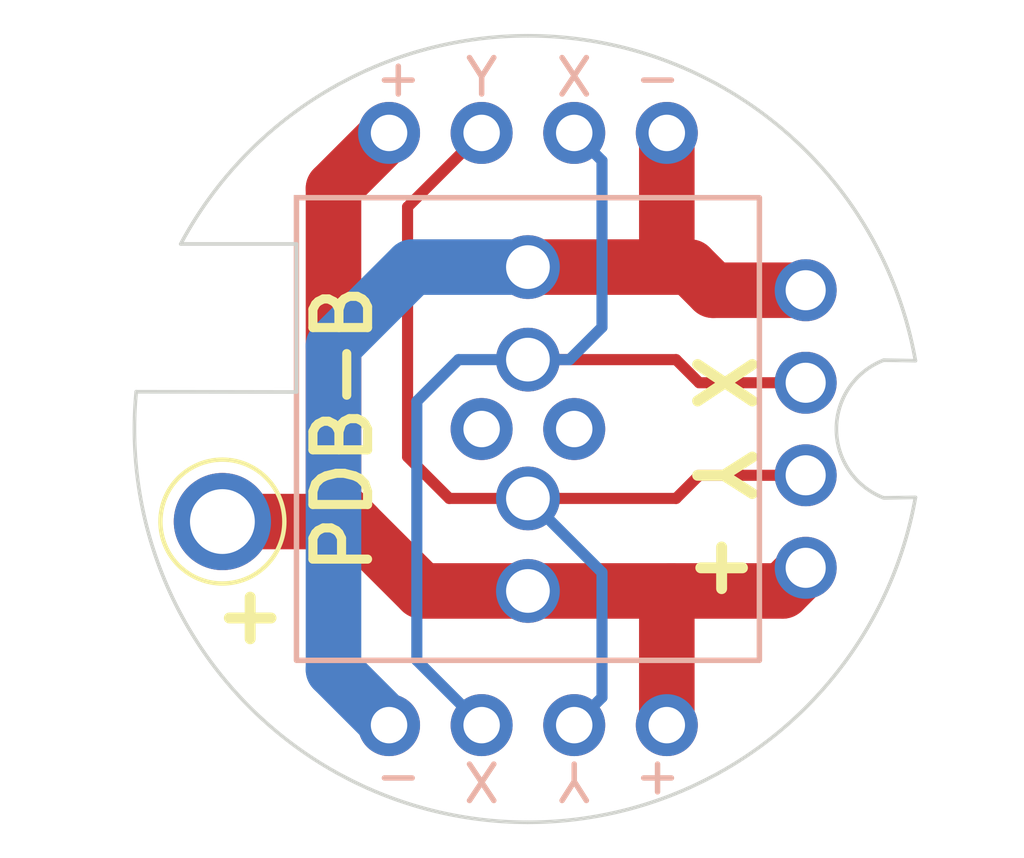
<source format=kicad_pcb>
(kicad_pcb (version 20211014) (generator pcbnew)
  (layers (0 "F.Cu" signal) (31 "B.Cu" signal) (34 "B.Paste" user) (35 "F.Paste" user) (36 "B.SilkS" user "B.Silkscreen") (37 "F.SilkS" user "F.Silkscreen") (38 "B.Mask" user) (39 "F.Mask" user) (44 "Edge.Cuts" user))
  (net 0 "")
  (net 1 "/GND")
  (net 2 "Net-(J2-Pad2)")
  (net 3 "Net-(J2-Pad3)")
  (net 4 "/VCC")
  (footprint "shurik-personal:connector-2p-generic-nosilk" (layer "F.Cu") (at 125.73 127 90)
    (fp_text reference "REF**" hide)
    (fp_text value "connector-2p-generic-nosilk")
    (pad "1" thru_hole circle (at 0 0 90) (size 1.7 1.7) (drill 1) (layers *.Cu *.Mask))
    (pad "2" thru_hole oval (at 0 2.54 90) (size 1.7 1.7) (drill 1) (layers *.Cu *.Mask))
  )
  (footprint "shurik-personal:connector-1p-generic-1.2mm-nosilk" (layer "F.Cu") (at 127 125.095)
    (fp_text reference "J6" hide)
    (fp_text value "Conn_01x01")
    (pad "1" thru_hole circle (at 0 0) (size 1.75 1.75) (drill 1.2) (layers *.Cu *.Mask) (net 2 "Net-(J2-Pad2)"))
  )
  (footprint "shurik-personal:connector-1p-generic-1.2mm-nosilk" (layer "F.Cu") (at 127 122.555)
    (fp_text reference "J1" hide)
    (fp_text value "Conn_01x01")
    (pad "1" thru_hole circle (at 0 0) (size 1.75 1.75) (drill 1.2) (layers *.Cu *.Mask) (net 1 "/GND"))
  )
  (footprint "shurik-personal:connector-1p-generic-1.2mm-nosilk" (layer "F.Cu") (at 127 128.905)
    (fp_text reference "J7" hide)
    (fp_text value "Conn_01x01")
    (pad "1" thru_hole circle (at 0 0) (size 1.75 1.75) (drill 1.2) (layers *.Cu *.Mask) (net 3 "Net-(J2-Pad3)"))
  )
  (footprint "TestPoint:TestPoint_Plated_Hole_D2.0mm" (layer "F.Cu") (at 118.618 129.54)
    (fp_text reference "J5" hide)
    (fp_text value "Wire solder pad")
    (fp_circle (center 0 0) (end 0 -1.7) (layer "F.SilkS") (width 0.12) (fill none))
    (pad "1" thru_hole circle (at 0 0) (size 2.667 2.667) (drill 1.778) (layers *.Cu *.Mask) (net 4 "/VCC"))
  )
  (footprint "shurik-personal:connector-1p-generic-1.2mm-nosilk" (layer "F.Cu") (at 127 131.445)
    (fp_text reference "J8" hide)
    (fp_text value "Conn_01x01")
    (pad "1" thru_hole circle (at 0 0) (size 1.75 1.75) (drill 1.2) (layers *.Cu *.Mask) (net 4 "/VCC"))
  )
  (footprint "Shurik:connector-4p-generic-nosilk" (layer "F.Cu") (at 134.62 123.19)
    (fp_text reference "J4" hide)
    (fp_text value "Controller conn")
    (pad "1" thru_hole circle (at 0 0) (size 1.7 1.7) (drill 1.1) (layers *.Cu *.Mask) (net 1 "/GND"))
    (pad "2" thru_hole oval (at 0 2.54) (size 1.7 1.7) (drill 1.1) (layers *.Cu *.Mask) (net 2 "Net-(J2-Pad2)"))
    (pad "3" thru_hole oval (at 0 5.08) (size 1.7 1.7) (drill 1.1) (layers *.Cu *.Mask) (net 3 "Net-(J2-Pad3)"))
    (pad "4" thru_hole oval (at 0 7.62) (size 1.7 1.7) (drill 1.1) (layers *.Cu *.Mask) (net 4 "/VCC"))
  )
  (footprint "Shurik:connector-4p-generic-nosilk" (layer "F.Cu") (at 123.19 135.128 90)
    (fp_text reference "J3" hide)
    (fp_text value "LED conn")
    (pad "1" thru_hole circle (at 0 0 90) (size 1.7 1.7) (drill 1) (layers *.Cu *.Mask) (net 1 "/GND"))
    (pad "2" thru_hole oval (at 0 2.54 90) (size 1.7 1.7) (drill 1) (layers *.Cu *.Mask) (net 2 "Net-(J2-Pad2)"))
    (pad "3" thru_hole oval (at 0 5.08 90) (size 1.7 1.7) (drill 1) (layers *.Cu *.Mask) (net 3 "Net-(J2-Pad3)"))
    (pad "4" thru_hole oval (at 0 7.62 90) (size 1.7 1.7) (drill 1) (layers *.Cu *.Mask) (net 4 "/VCC"))
  )
  (footprint "Shurik:connector-4p-generic-nosilk" (layer "F.Cu") (at 130.81 118.872 -90)
    (fp_text reference "J2" hide)
    (fp_text value "LED conn")
    (pad "1" thru_hole circle (at 0 0 270) (size 1.7 1.7) (drill 1) (layers *.Cu *.Mask) (net 1 "/GND"))
    (pad "2" thru_hole oval (at 0 2.54 270) (size 1.7 1.7) (drill 1) (layers *.Cu *.Mask) (net 2 "Net-(J2-Pad2)"))
    (pad "3" thru_hole oval (at 0 5.08 270) (size 1.7 1.7) (drill 1) (layers *.Cu *.Mask) (net 3 "Net-(J2-Pad3)"))
    (pad "4" thru_hole oval (at 0 7.62 270) (size 1.7 1.7) (drill 1) (layers *.Cu *.Mask) (net 4 "/VCC"))
  )
  (gr_rect (start 120.65 120.65) (end 133.35 133.35) (layer "B.SilkS") (width 0.15) (fill none))
  (gr_line (start 137.63074 125.123987) (end 136.76037 125.109493) (layer "Edge.Cuts") (width 0.1))
  (gr_line (start 120.65 121.92) (end 117.475 121.92) (layer "Edge.Cuts") (width 0.1))
  (gr_arc (start 136.76037 128.890494) (mid 135.462276 126.999993) (end 136.76037 125.109493) (layer "Edge.Cuts") (width 0.1))
  (gr_arc (start 137.630741 128.875988) (mid 133.938498 135.27013) (end 127 137.795) (layer "Edge.Cuts") (width 0.1))
  (gr_line (start 137.630741 128.875988) (end 136.76037 128.890494) (layer "Edge.Cuts") (width 0.1))
  (gr_line (start 120.65 121.92) (end 120.65 125.984) (layer "Edge.Cuts") (width 0.1))
  (gr_arc (start 127 137.795) (mid 119.013129 134.262356) (end 116.253626 125.976536) (layer "Edge.Cuts") (width 0.1))
  (gr_line (start 120.65 125.984) (end 116.253626 125.976536) (layer "Edge.Cuts") (width 0.1))
  (gr_arc (start 127 116.205) (mid 133.93832 118.730063) (end 137.63074 125.123987) (layer "Edge.Cuts") (width 0.1))
  (gr_arc (start 117.475 121.92) (mid 121.446017 117.743361) (end 127 116.205) (layer "Edge.Cuts") (width 0.1))
  (gr_text "Y" (at 125.73 117.348) (layer "B.SilkS") (effects (font (size 1 1)) (justify mirror)))
  (gr_text "-" (at 123.444 136.652 180) (layer "B.SilkS") (effects (font (size 1 1)) (justify mirror)))
  (gr_text "-" (at 130.556 117.348) (layer "B.SilkS") (effects (font (size 1 1)) (justify mirror)))
  (gr_text "+" (at 123.444 117.348) (layer "B.SilkS") (effects (font (size 1 1)) (justify mirror)))
  (gr_text "X" (at 128.27 117.348) (layer "B.SilkS") (effects (font (size 1 1)) (justify mirror)))
  (gr_text "Y" (at 128.27 136.652 180) (layer "B.SilkS") (effects (font (size 1 1)) (justify mirror)))
  (gr_text "+" (at 130.556 136.652 180) (layer "B.SilkS") (effects (font (size 1 1)) (justify mirror)))
  (gr_text "X" (at 125.73 136.652 180) (layer "B.SilkS") (effects (font (size 1 1)) (justify mirror)))
  (gr_text "X" (at 132.334 125.73 270) (layer "F.SilkS") (effects (font (size 1.5 1.5) (thickness 0.3)) (justify mirror)))
  (gr_text "Y" (at 132.334 128.27 270) (layer "F.SilkS") (effects (font (size 1.5 1.5) (thickness 0.3)) (justify mirror)))
  (gr_text "PDB-B" (at 121.92 127 90) (layer "F.SilkS") (effects (font (size 1.5 1.5) (thickness 0.25))))
  (gr_text "+" (at 119.38 132.08) (layer "F.SilkS") (effects (font (size 1.5 1.5) (thickness 0.3)) (justify mirror)))
  (gr_text "+" (at 132.207 130.81 90) (layer "F.SilkS") (effects (font (size 1.5 1.5) (thickness 0.3)) (justify mirror)))
  (segment (start 127 122.555) (end 131.445 122.555) (width 1.524) (layer "F.Cu") (net 1))
  (segment (start 131.445 122.555) (end 132.08 123.19) (width 1.524) (layer "F.Cu") (net 1))
  (segment (start 134.62 123.19) (end 132.08 123.19) (width 1.524) (layer "F.Cu") (net 1))
  (segment (start 130.81 118.872) (end 130.81 122.555) (width 1.524) (layer "F.Cu") (net 1))
  (segment (start 127 122.555) (end 123.825 122.555) (width 1.524) (layer "B.Cu") (net 1))
  (segment (start 121.666 133.604) (end 123.19 135.128) (width 1.524) (layer "B.Cu") (net 1))
  (segment (start 121.666 124.714) (end 121.666 133.604) (width 1.524) (layer "B.Cu") (net 1))
  (segment (start 123.825 122.555) (end 121.666 124.714) (width 1.524) (layer "B.Cu") (net 1))
  (segment (start 131.064 125.095) (end 127 125.095) (width 0.3048) (layer "F.Cu") (net 2))
  (segment (start 131.699 125.73) (end 131.064 125.095) (width 0.3048) (layer "F.Cu") (net 2))
  (segment (start 134.62 125.73) (end 131.699 125.73) (width 0.3048) (layer "F.Cu") (net 2))
  (segment (start 127 125.095) (end 128.143 125.095) (width 0.3048) (layer "B.Cu") (net 2))
  (segment (start 125.095 125.095) (end 127 125.095) (width 0.3048) (layer "B.Cu") (net 2))
  (segment (start 129.032 124.206) (end 129.032 119.634) (width 0.3048) (layer "B.Cu") (net 2))
  (segment (start 123.952 133.35) (end 123.952 126.238) (width 0.3048) (layer "B.Cu") (net 2))
  (segment (start 128.143 125.095) (end 129.032 124.206) (width 0.3048) (layer "B.Cu") (net 2))
  (segment (start 123.952 126.238) (end 125.095 125.095) (width 0.3048) (layer "B.Cu") (net 2))
  (segment (start 125.73 135.128) (end 123.952 133.35) (width 0.3048) (layer "B.Cu") (net 2))
  (segment (start 129.032 119.634) (end 128.27 118.872) (width 0.3048) (layer "B.Cu") (net 2))
  (segment (start 124.841 128.905) (end 127 128.905) (width 0.3048) (layer "F.Cu") (net 3))
  (segment (start 123.698 127.762) (end 124.841 128.905) (width 0.3048) (layer "F.Cu") (net 3))
  (segment (start 127 128.905) (end 131.064 128.905) (width 0.3048) (layer "F.Cu") (net 3))
  (segment (start 125.73 118.872) (end 123.698 120.904) (width 0.3048) (layer "F.Cu") (net 3))
  (segment (start 123.698 120.904) (end 123.698 127.762) (width 0.3048) (layer "F.Cu") (net 3))
  (segment (start 131.064 128.905) (end 131.699 128.27) (width 0.3048) (layer "F.Cu") (net 3))
  (segment (start 131.699 128.27) (end 134.62 128.27) (width 0.3048) (layer "F.Cu") (net 3))
  (segment (start 128.27 135.128) (end 129.032 134.366) (width 0.3048) (layer "B.Cu") (net 3))
  (segment (start 129.032 130.937) (end 127 128.905) (width 0.3048) (layer "B.Cu") (net 3))
  (segment (start 129.032 134.366) (end 129.032 130.937) (width 0.3048) (layer "B.Cu") (net 3))
  (segment (start 124.079 131.445) (end 127 131.445) (width 1.524) (layer "F.Cu") (net 4))
  (segment (start 130.81 131.572) (end 130.937 131.445) (width 1.524) (layer "F.Cu") (net 4))
  (segment (start 122.301 129.667) (end 124.079 131.445) (width 1.524) (layer "F.Cu") (net 4))
  (segment (start 121.666 129.032) (end 122.301 129.667) (width 1.524) (layer "F.Cu") (net 4))
  (segment (start 127 131.445) (end 130.937 131.445) (width 1.524) (layer "F.Cu") (net 4))
  (segment (start 123.19 118.872) (end 121.666 120.396) (width 1.524) (layer "F.Cu") (net 4))
  (segment (start 130.81 135.128) (end 130.81 131.572) (width 1.524) (layer "F.Cu") (net 4))
  (segment (start 121.666 120.396) (end 121.666 129.032) (width 1.524) (layer "F.Cu") (net 4))
  (segment (start 122.174 129.54) (end 122.301 129.667) (width 1.524) (layer "F.Cu") (net 4))
  (segment (start 118.618 129.54) (end 122.174 129.54) (width 1.524) (layer "F.Cu") (net 4))
  (segment (start 133.985 131.445) (end 134.62 130.81) (width 1.524) (layer "F.Cu") (net 4))
  (segment (start 130.937 131.445) (end 133.985 131.445) (width 1.524) (layer "F.Cu") (net 4))
)
</source>
